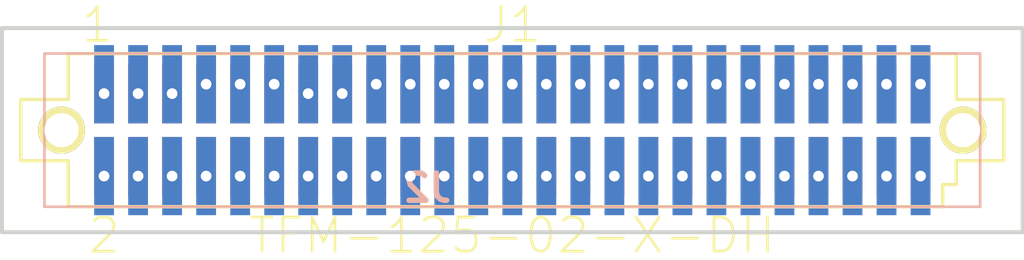
<source format=kicad_pcb>
(kicad_pcb (version 4) (host pcbnew 4.0.6)

  (general
    (links 52)
    (no_connects 2)
    (area 0 0 0 0)
    (thickness 1.6)
    (drawings 4)
    (tracks 50)
    (zones 0)
    (modules 2)
    (nets 51)
  )

  (page A4)
  (layers
    (0 F.Cu signal)
    (31 B.Cu signal)
    (32 B.Adhes user)
    (33 F.Adhes user)
    (34 B.Paste user)
    (35 F.Paste user)
    (36 B.SilkS user)
    (37 F.SilkS user)
    (38 B.Mask user)
    (39 F.Mask user)
    (40 Dwgs.User user)
    (41 Cmts.User user)
    (42 Eco1.User user)
    (43 Eco2.User user)
    (44 Edge.Cuts user)
    (45 Margin user)
    (46 B.CrtYd user)
    (47 F.CrtYd user)
    (48 B.Fab user)
    (49 F.Fab user)
  )

  (setup
    (last_trace_width 0.25)
    (trace_clearance 0.2)
    (zone_clearance 0.508)
    (zone_45_only no)
    (trace_min 0.2)
    (segment_width 0.2)
    (edge_width 0.15)
    (via_size 0.6)
    (via_drill 0.4)
    (via_min_size 0.4)
    (via_min_drill 0.3)
    (uvia_size 0.3)
    (uvia_drill 0.1)
    (uvias_allowed no)
    (uvia_min_size 0.2)
    (uvia_min_drill 0.1)
    (pcb_text_width 0.3)
    (pcb_text_size 1.5 1.5)
    (mod_edge_width 0.15)
    (mod_text_size 1 1)
    (mod_text_width 0.15)
    (pad_size 1.27 1.27)
    (pad_drill 1.27)
    (pad_to_mask_clearance 0.2)
    (aux_axis_origin 0 0)
    (visible_elements FFFFFF7F)
    (pcbplotparams
      (layerselection 0x00030_80000001)
      (usegerberextensions false)
      (excludeedgelayer true)
      (linewidth 0.100000)
      (plotframeref false)
      (viasonmask false)
      (mode 1)
      (useauxorigin false)
      (hpglpennumber 1)
      (hpglpenspeed 20)
      (hpglpendiameter 15)
      (hpglpenoverlay 2)
      (psnegative false)
      (psa4output false)
      (plotreference true)
      (plotvalue true)
      (plotinvisibletext false)
      (padsonsilk false)
      (subtractmaskfromsilk false)
      (outputformat 1)
      (mirror false)
      (drillshape 1)
      (scaleselection 1)
      (outputdirectory ""))
  )

  (net 0 "")
  (net 1 A24)
  (net 2 A49)
  (net 3 A17)
  (net 4 A42)
  (net 5 A18)
  (net 6 A43)
  (net 7 A19)
  (net 8 A44)
  (net 9 A20)
  (net 10 A45)
  (net 11 A35)
  (net 12 A10)
  (net 13 A34)
  (net 14 A9)
  (net 15 A33)
  (net 16 A8)
  (net 17 A32)
  (net 18 A7)
  (net 19 A31)
  (net 20 A6)
  (net 21 A50)
  (net 22 A25)
  (net 23 A48)
  (net 24 A23)
  (net 25 A47)
  (net 26 A22)
  (net 27 A46)
  (net 28 A21)
  (net 29 A41)
  (net 30 A16)
  (net 31 A1)
  (net 32 A26)
  (net 33 A2)
  (net 34 A27)
  (net 35 A3)
  (net 36 A28)
  (net 37 A4)
  (net 38 A29)
  (net 39 A5)
  (net 40 A30)
  (net 41 A11)
  (net 42 A36)
  (net 43 A12)
  (net 44 A37)
  (net 45 A13)
  (net 46 A38)
  (net 47 A14)
  (net 48 A39)
  (net 49 A15)
  (net 50 A40)

  (net_class Default "This is the default net class."
    (clearance 0.2)
    (trace_width 0.25)
    (via_dia 0.6)
    (via_drill 0.4)
    (uvia_dia 0.3)
    (uvia_drill 0.1)
    (add_net A1)
    (add_net A10)
    (add_net A11)
    (add_net A12)
    (add_net A13)
    (add_net A14)
    (add_net A15)
    (add_net A16)
    (add_net A17)
    (add_net A18)
    (add_net A19)
    (add_net A2)
    (add_net A20)
    (add_net A21)
    (add_net A22)
    (add_net A23)
    (add_net A24)
    (add_net A25)
    (add_net A26)
    (add_net A27)
    (add_net A28)
    (add_net A29)
    (add_net A3)
    (add_net A30)
    (add_net A31)
    (add_net A32)
    (add_net A33)
    (add_net A34)
    (add_net A35)
    (add_net A36)
    (add_net A37)
    (add_net A38)
    (add_net A39)
    (add_net A4)
    (add_net A40)
    (add_net A41)
    (add_net A42)
    (add_net A43)
    (add_net A44)
    (add_net A45)
    (add_net A46)
    (add_net A47)
    (add_net A48)
    (add_net A49)
    (add_net A5)
    (add_net A50)
    (add_net A6)
    (add_net A7)
    (add_net A8)
    (add_net A9)
  )

  (module WheelerLab:SFM-125-02-XXX-D-A (layer F.Cu) (tedit 592C3B73) (tstamp 592C830E)
    (at 158.115 109.855 180)
    (descr "0.05\"X0.05\" SOCKET STRIP DOUBLE ROW ASSEMBLY.")
    (tags "0.05\"X0.05\" SOCKET STRIP DOUBLE ROW ASSEMBLY.")
    (path /592C2953)
    (attr smd)
    (fp_text reference J1 (at 0 3.937 180) (layer F.SilkS)
      (effects (font (size 1.27 1.27) (thickness 0.1016)))
    )
    (fp_text value TFM-125-02-X-DH (at 0 -3.937 180) (layer F.SilkS)
      (effects (font (size 1.27 1.27) (thickness 0.1016)))
    )
    (fp_line (start -16.8275 0.7112) (end -16.8275 -0.7112) (layer F.SilkS) (width 0.127))
    (fp_line (start -17.5387 0) (end -16.1163 0) (layer F.SilkS) (width 0.127))
    (fp_circle (center -16.8275 0) (end -17.1831 0.3556) (layer F.SilkS) (width 0.127))
    (fp_line (start -18.34896 1.143) (end -18.34896 -1.143) (layer F.SilkS) (width 0.127))
    (fp_line (start -16.5735 1.143) (end -18.34896 1.143) (layer F.SilkS) (width 0.127))
    (fp_line (start -16.5735 2.8575) (end -16.5735 1.143) (layer F.SilkS) (width 0.127))
    (fp_line (start -16.0655 -2.032) (end -16.0655 -2.8575) (layer F.SilkS) (width 0.127))
    (fp_line (start -16.5735 -2.032) (end -16.0655 -2.032) (layer F.SilkS) (width 0.127))
    (fp_line (start -16.5735 -1.143) (end -16.5735 -2.032) (layer F.SilkS) (width 0.127))
    (fp_line (start -18.34896 -1.143) (end -16.5735 -1.143) (layer F.SilkS) (width 0.127))
    (fp_line (start -16.0655 0.635) (end -17.8435 0.635) (layer Dwgs.User) (width 0.127))
    (fp_line (start -16.0655 1.524) (end -16.0655 0.635) (layer Dwgs.User) (width 0.127))
    (fp_line (start -14.0335 -2.159) (end -14.0335 -1.524) (layer Dwgs.User) (width 0.127))
    (fp_line (start -15.5575 -2.159) (end -14.0335 -2.159) (layer Dwgs.User) (width 0.127))
    (fp_line (start -15.5575 -1.524) (end -15.5575 -2.159) (layer Dwgs.User) (width 0.127))
    (fp_line (start -16.0655 -1.524) (end -15.5575 -1.524) (layer Dwgs.User) (width 0.127))
    (fp_line (start -16.0655 -0.635) (end -16.0655 -1.524) (layer Dwgs.User) (width 0.127))
    (fp_line (start -17.8435 -0.635) (end -16.0655 -0.635) (layer Dwgs.User) (width 0.127))
    (fp_line (start -17.8435 0.635) (end -17.8435 -0.635) (layer Dwgs.User) (width 0.127))
    (fp_line (start -14.0335 -1.524) (end 16.0655 -1.524) (layer Dwgs.User) (width 0.127))
    (fp_line (start 16.0655 -1.524) (end 16.0655 -0.635) (layer Dwgs.User) (width 0.127))
    (fp_line (start 16.0655 -0.635) (end 17.8435 -0.635) (layer Dwgs.User) (width 0.127))
    (fp_line (start 17.8435 -0.635) (end 17.8435 0.635) (layer Dwgs.User) (width 0.127))
    (fp_line (start 17.8435 0.635) (end 16.0655 0.635) (layer Dwgs.User) (width 0.127))
    (fp_line (start 16.0655 0.635) (end 16.0655 1.524) (layer Dwgs.User) (width 0.127))
    (fp_line (start 16.0655 1.524) (end -16.0655 1.524) (layer Dwgs.User) (width 0.127))
    (fp_line (start -16.0655 -2.8575) (end 16.5735 -2.8575) (layer F.SilkS) (width 0.127))
    (fp_line (start 16.5735 -2.8575) (end 16.5735 -1.143) (layer F.SilkS) (width 0.127))
    (fp_line (start 16.5735 -1.143) (end 18.34896 -1.143) (layer F.SilkS) (width 0.127))
    (fp_line (start 18.34896 -1.143) (end 18.34896 1.143) (layer F.SilkS) (width 0.127))
    (fp_line (start 18.34896 1.143) (end 16.5735 1.143) (layer F.SilkS) (width 0.127))
    (fp_line (start 16.5735 1.143) (end 16.5735 2.8575) (layer F.SilkS) (width 0.127))
    (fp_line (start 16.5735 2.8575) (end -16.5735 2.8575) (layer F.SilkS) (width 0.127))
    (fp_circle (center 16.8275 0) (end 17.1831 0.3556) (layer F.SilkS) (width 0.127))
    (fp_line (start 16.1163 0) (end 17.5387 0) (layer F.SilkS) (width 0.127))
    (fp_line (start 16.8275 0.7112) (end 16.8275 -0.7112) (layer F.SilkS) (width 0.127))
    (fp_text user 1 (at 15.494 3.937 180) (layer F.SilkS)
      (effects (font (size 1.27 1.27) (thickness 0.1016)))
    )
    (fp_text user 2 (at 15.24 -3.937 180) (layer F.SilkS)
      (effects (font (size 1.27 1.27) (thickness 0.1016)))
    )
    (pad 47 smd rect (at -13.97 1.36398 180) (size 0.7366 2.21996) (layers F.Cu F.Paste F.Mask)
      (net 1 A24))
    (pad 48 smd rect (at -13.97 -1.36398 180) (size 0.7366 2.21996) (layers F.Cu F.Paste F.Mask)
      (net 2 A49))
    (pad 33 smd rect (at -5.08 1.36398 180) (size 0.7366 2.21996) (layers F.Cu F.Paste F.Mask)
      (net 3 A17))
    (pad 34 smd rect (at -5.08 -1.36398 180) (size 0.7366 2.21996) (layers F.Cu F.Paste F.Mask)
      (net 4 A42))
    (pad 35 smd rect (at -6.35 1.36398 180) (size 0.7366 2.21996) (layers F.Cu F.Paste F.Mask)
      (net 5 A18))
    (pad 36 smd rect (at -6.35 -1.36398 180) (size 0.7366 2.21996) (layers F.Cu F.Paste F.Mask)
      (net 6 A43))
    (pad 37 smd rect (at -7.62 1.36398 180) (size 0.7366 2.21996) (layers F.Cu F.Paste F.Mask)
      (net 7 A19))
    (pad 38 smd rect (at -7.62 -1.36398 180) (size 0.7366 2.21996) (layers F.Cu F.Paste F.Mask)
      (net 8 A44))
    (pad 39 smd rect (at -8.89 1.36398 180) (size 0.7366 2.21996) (layers F.Cu F.Paste F.Mask)
      (net 9 A20))
    (pad 40 smd rect (at -8.89 -1.36398 180) (size 0.7366 2.21996) (layers F.Cu F.Paste F.Mask)
      (net 10 A45))
    (pad 20 smd rect (at 3.81 -1.36398 180) (size 0.7366 2.21996) (layers F.Cu F.Paste F.Mask)
      (net 11 A35))
    (pad 19 smd rect (at 3.81 1.36398 180) (size 0.7366 2.21996) (layers F.Cu F.Paste F.Mask)
      (net 12 A10))
    (pad 18 smd rect (at 5.08 -1.36398 180) (size 0.7366 2.21996) (layers F.Cu F.Paste F.Mask)
      (net 13 A34))
    (pad 17 smd rect (at 5.08 1.36398 180) (size 0.7366 2.21996) (layers F.Cu F.Paste F.Mask)
      (net 14 A9))
    (pad 16 smd rect (at 6.35 -1.36398 180) (size 0.7366 2.21996) (layers F.Cu F.Paste F.Mask)
      (net 15 A33))
    (pad 15 smd rect (at 6.35 1.36398 180) (size 0.7366 2.21996) (layers F.Cu F.Paste F.Mask)
      (net 16 A8))
    (pad 14 smd rect (at 7.62 -1.36398 180) (size 0.7366 2.21996) (layers F.Cu F.Paste F.Mask)
      (net 17 A32))
    (pad 13 smd rect (at 7.62 1.36398 180) (size 0.7366 2.21996) (layers F.Cu F.Paste F.Mask)
      (net 18 A7))
    (pad 12 smd rect (at 8.89 -1.36398 180) (size 0.7366 2.21996) (layers F.Cu F.Paste F.Mask)
      (net 19 A31))
    (pad 11 smd rect (at 8.89 1.36398 180) (size 0.7366 2.21996) (layers F.Cu F.Paste F.Mask)
      (net 20 A6))
    (pad 50 smd rect (at -15.24 -1.36398 180) (size 0.7366 2.21996) (layers F.Cu F.Paste F.Mask)
      (net 21 A50))
    (pad 49 smd rect (at -15.24 1.36398 180) (size 0.7366 2.21996) (layers F.Cu F.Paste F.Mask)
      (net 22 A25))
    (pad 46 smd rect (at -12.7 -1.36398 180) (size 0.7366 2.21996) (layers F.Cu F.Paste F.Mask)
      (net 23 A48))
    (pad 45 smd rect (at -12.7 1.36398 180) (size 0.7366 2.21996) (layers F.Cu F.Paste F.Mask)
      (net 24 A23))
    (pad 44 smd rect (at -11.43 -1.36398 180) (size 0.7366 2.21996) (layers F.Cu F.Paste F.Mask)
      (net 25 A47))
    (pad 43 smd rect (at -11.43 1.36398 180) (size 0.7366 2.21996) (layers F.Cu F.Paste F.Mask)
      (net 26 A22))
    (pad 42 smd rect (at -10.16 -1.36398 180) (size 0.7366 2.21996) (layers F.Cu F.Paste F.Mask)
      (net 27 A46))
    (pad 41 smd rect (at -10.16 1.36398 180) (size 0.7366 2.21996) (layers F.Cu F.Paste F.Mask)
      (net 28 A21))
    (pad 32 smd rect (at -3.81 -1.36398 180) (size 0.7366 2.21996) (layers F.Cu F.Paste F.Mask)
      (net 29 A41))
    (pad 31 smd rect (at -3.81 1.36398 180) (size 0.7366 2.21996) (layers F.Cu F.Paste F.Mask)
      (net 30 A16))
    (pad 1 smd rect (at 15.24 1.36398 180) (size 0.7366 2.21996) (layers F.Cu F.Paste F.Mask)
      (net 31 A1))
    (pad 2 smd rect (at 15.24 -1.36398 180) (size 0.7366 2.21996) (layers F.Cu F.Paste F.Mask)
      (net 32 A26))
    (pad 3 smd rect (at 13.97 1.36398 180) (size 0.7366 2.21996) (layers F.Cu F.Paste F.Mask)
      (net 33 A2))
    (pad 4 smd rect (at 13.97 -1.36398 180) (size 0.7366 2.21996) (layers F.Cu F.Paste F.Mask)
      (net 34 A27))
    (pad 5 smd rect (at 12.7 1.36398 180) (size 0.7366 2.21996) (layers F.Cu F.Paste F.Mask)
      (net 35 A3))
    (pad 6 smd rect (at 12.7 -1.36398 180) (size 0.7366 2.21996) (layers F.Cu F.Paste F.Mask)
      (net 36 A28))
    (pad 7 smd rect (at 11.43 1.36398 180) (size 0.7366 2.21996) (layers F.Cu F.Paste F.Mask)
      (net 37 A4))
    (pad 8 smd rect (at 11.43 -1.36398 180) (size 0.7366 2.21996) (layers F.Cu F.Paste F.Mask)
      (net 38 A29))
    (pad 9 smd rect (at 10.16 1.36398 180) (size 0.7366 2.21996) (layers F.Cu F.Paste F.Mask)
      (net 39 A5))
    (pad 10 smd rect (at 10.16 -1.36398 180) (size 0.7366 2.21996) (layers F.Cu F.Paste F.Mask)
      (net 40 A30))
    (pad 21 smd rect (at 2.54 1.36398 180) (size 0.7366 2.21996) (layers F.Cu F.Paste F.Mask)
      (net 41 A11))
    (pad 22 smd rect (at 2.54 -1.36398 180) (size 0.7366 2.21996) (layers F.Cu F.Paste F.Mask)
      (net 42 A36))
    (pad 23 smd rect (at 1.27 1.36398 180) (size 0.7366 2.21996) (layers F.Cu F.Paste F.Mask)
      (net 43 A12))
    (pad 24 smd rect (at 1.27 -1.36398 180) (size 0.7366 2.21996) (layers F.Cu F.Paste F.Mask)
      (net 44 A37))
    (pad 25 smd rect (at 0 1.36398 180) (size 0.7366 2.21996) (layers F.Cu F.Paste F.Mask)
      (net 45 A13))
    (pad 26 smd rect (at 0 -1.36398 180) (size 0.7366 2.21996) (layers F.Cu F.Paste F.Mask)
      (net 46 A38))
    (pad 27 smd rect (at -1.27 1.36398 180) (size 0.7366 2.21996) (layers F.Cu F.Paste F.Mask)
      (net 47 A14))
    (pad 28 smd rect (at -1.27 -1.36398 180) (size 0.7366 2.21996) (layers F.Cu F.Paste F.Mask)
      (net 48 A39))
    (pad 29 smd rect (at -2.54 1.36398 180) (size 0.7366 2.21996) (layers F.Cu F.Paste F.Mask)
      (net 49 A15))
    (pad 30 smd rect (at -2.54 -1.36398 180) (size 0.7366 2.21996) (layers F.Cu F.Paste F.Mask)
      (net 50 A40))
    (pad 5 thru_hole circle (at -16.8275 0 180) (size 1.75 1.75) (drill 1.27) (layers *.Cu *.Mask F.SilkS)
      (net 35 A3))
    (pad 6 thru_hole circle (at 16.8275 0 180) (size 1.75 1.75) (drill 1.27) (layers *.Cu *.Mask F.SilkS)
      (net 36 A28))
  )

  (module WheelerLab:TFM-125-02-S-D (layer B.Cu) (tedit 592C3BA7) (tstamp 592C8346)
    (at 154.94 109.855)
    (descr "Connecteur 6 pins")
    (tags "CONN DEV")
    (path /592C29B2)
    (fp_text reference J2 (at 0 2.159) (layer B.SilkS)
      (effects (font (size 1.016 1.016) (thickness 0.2032)) (justify mirror))
    )
    (fp_text value TFM-125-02-X-DH (at 0 -2.30124) (layer B.Mask) hide
      (effects (font (size 1.016 0.889) (thickness 0.2032)) (justify mirror))
    )
    (fp_line (start 20.64 -2.86) (end 20.64 2.86) (layer B.SilkS) (width 0.09906))
    (fp_line (start -14.29 -2.86) (end -14.29 2.86) (layer B.SilkS) (width 0.09906))
    (fp_line (start 20.64 2.86) (end -14.29 2.86) (layer B.SilkS) (width 0.09906))
    (fp_line (start -14.29 -2.86) (end 20.64 -2.86) (layer B.SilkS) (width 0.09906))
    (pad 50 smd rect (at 18.415 1.715) (size 0.74 2.92) (layers B.Cu B.Paste B.Mask)
      (net 21 A50))
    (pad 49 smd rect (at 18.415 -1.715) (size 0.74 2.92) (layers B.Cu B.Paste B.Mask)
      (net 22 A25))
    (pad 41 smd rect (at 13.335 -1.715) (size 0.74 2.92) (layers B.Cu B.Paste B.Mask)
      (net 28 A21))
    (pad 43 smd rect (at 14.605 -1.715) (size 0.74 2.92) (layers B.Cu B.Paste B.Mask)
      (net 26 A22))
    (pad 47 smd rect (at 17.145 -1.715) (size 0.74 2.92) (layers B.Cu B.Paste B.Mask)
      (net 1 A24))
    (pad 45 smd rect (at 15.875 -1.715) (size 0.74 2.92) (layers B.Cu B.Paste B.Mask)
      (net 24 A23))
    (pad 46 smd rect (at 15.875 1.715) (size 0.74 2.92) (layers B.Cu B.Paste B.Mask)
      (net 23 A48))
    (pad 48 smd rect (at 17.145 1.715) (size 0.74 2.92) (layers B.Cu B.Paste B.Mask)
      (net 2 A49))
    (pad 44 smd rect (at 14.605 1.715) (size 0.74 2.92) (layers B.Cu B.Paste B.Mask)
      (net 25 A47))
    (pad 42 smd rect (at 13.335 1.715) (size 0.74 2.92) (layers B.Cu B.Paste B.Mask)
      (net 27 A46))
    (pad "" np_thru_hole circle (at 20.0025 0) (size 1.27 1.27) (drill 1.27) (layers *.Cu *.Mask B.SilkS))
    (pad 22 smd rect (at 0.635 1.715) (size 0.74 2.92) (layers B.Cu B.Paste B.Mask)
      (net 42 A36))
    (pad 20 smd rect (at -0.635 1.715) (size 0.74 2.92) (layers B.Cu B.Paste B.Mask)
      (net 11 A35))
    (pad 2 smd rect (at -12.065 1.715) (size 0.74 2.92) (layers B.Cu B.Paste B.Mask)
      (net 32 A26))
    (pad "" np_thru_hole circle (at -13.6525 0) (size 1.27 1.27) (drill 1.27) (layers *.Cu *.Mask B.SilkS))
    (pad 3 smd rect (at -10.795 -1.715) (size 0.74 2.92) (layers B.Cu B.Paste B.Mask)
      (net 33 A2))
    (pad 1 smd rect (at -12.065 -1.715) (size 0.74 2.92) (layers B.Cu B.Paste B.Mask)
      (net 31 A1))
    (pad 4 smd rect (at -10.795 1.715) (size 0.74 2.92) (layers B.Cu B.Paste B.Mask)
      (net 34 A27))
    (pad 10 smd rect (at -6.985 1.715) (size 0.74 2.92) (layers B.Cu B.Paste B.Mask)
      (net 40 A30))
    (pad 12 smd rect (at -5.715 1.715) (size 0.74 2.92) (layers B.Cu B.Paste B.Mask)
      (net 19 A31))
    (pad 8 smd rect (at -8.255 1.715) (size 0.74 2.92) (layers B.Cu B.Paste B.Mask)
      (net 38 A29))
    (pad 6 smd rect (at -9.525 1.715) (size 0.74 2.92) (layers B.Cu B.Paste B.Mask)
      (net 36 A28))
    (pad 5 smd rect (at -9.525 -1.715) (size 0.74 2.92) (layers B.Cu B.Paste B.Mask)
      (net 35 A3))
    (pad 7 smd rect (at -8.255 -1.715) (size 0.74 2.92) (layers B.Cu B.Paste B.Mask)
      (net 37 A4))
    (pad 11 smd rect (at -5.715 -1.715) (size 0.74 2.92) (layers B.Cu B.Paste B.Mask)
      (net 20 A6))
    (pad 9 smd rect (at -6.985 -1.715) (size 0.74 2.92) (layers B.Cu B.Paste B.Mask)
      (net 39 A5))
    (pad 32 smd rect (at 6.985 1.715) (size 0.74 2.92) (layers B.Cu B.Paste B.Mask)
      (net 29 A41))
    (pad 34 smd rect (at 8.255 1.715) (size 0.74 2.92) (layers B.Cu B.Paste B.Mask)
      (net 4 A42))
    (pad 38 smd rect (at 10.795 1.715) (size 0.74 2.92) (layers B.Cu B.Paste B.Mask)
      (net 8 A44))
    (pad 36 smd rect (at 9.525 1.715) (size 0.74 2.92) (layers B.Cu B.Paste B.Mask)
      (net 6 A43))
    (pad 35 smd rect (at 9.525 -1.715) (size 0.74 2.92) (layers B.Cu B.Paste B.Mask)
      (net 5 A18))
    (pad 37 smd rect (at 10.795 -1.715) (size 0.74 2.92) (layers B.Cu B.Paste B.Mask)
      (net 7 A19))
    (pad 33 smd rect (at 8.255 -1.715) (size 0.74 2.92) (layers B.Cu B.Paste B.Mask)
      (net 3 A17))
    (pad 31 smd rect (at 6.985 -1.715) (size 0.74 2.92) (layers B.Cu B.Paste B.Mask)
      (net 30 A16))
    (pad 39 smd rect (at 12.065 -1.715) (size 0.74 2.92) (layers B.Cu B.Paste B.Mask)
      (net 9 A20))
    (pad 40 smd rect (at 12.065 1.715) (size 0.74 2.92) (layers B.Cu B.Paste B.Mask)
      (net 10 A45))
    (pad 30 smd rect (at 5.715 1.715) (size 0.74 2.92) (layers B.Cu B.Paste B.Mask)
      (net 50 A40))
    (pad 29 smd rect (at 5.715 -1.715) (size 0.74 2.92) (layers B.Cu B.Paste B.Mask)
      (net 49 A15))
    (pad 17 smd rect (at -1.905 -1.715) (size 0.74 2.92) (layers B.Cu B.Paste B.Mask)
      (net 14 A9))
    (pad 19 smd rect (at -0.635 -1.715) (size 0.74 2.92) (layers B.Cu B.Paste B.Mask)
      (net 12 A10))
    (pad 15 smd rect (at -3.175 -1.715) (size 0.74 2.92) (layers B.Cu B.Paste B.Mask)
      (net 16 A8))
    (pad 13 smd rect (at -4.445 -1.715) (size 0.74 2.92) (layers B.Cu B.Paste B.Mask)
      (net 18 A7))
    (pad 21 smd rect (at 0.635 -1.715) (size 0.74 2.92) (layers B.Cu B.Paste B.Mask)
      (net 41 A11))
    (pad 23 smd rect (at 1.905 -1.715) (size 0.74 2.92) (layers B.Cu B.Paste B.Mask)
      (net 43 A12))
    (pad 27 smd rect (at 4.445 -1.715) (size 0.74 2.92) (layers B.Cu B.Paste B.Mask)
      (net 47 A14))
    (pad 25 smd rect (at 3.175 -1.715) (size 0.74 2.92) (layers B.Cu B.Paste B.Mask)
      (net 45 A13))
    (pad 26 smd rect (at 3.175 1.715) (size 0.74 2.92) (layers B.Cu B.Paste B.Mask)
      (net 46 A38))
    (pad 28 smd rect (at 4.445 1.715) (size 0.74 2.92) (layers B.Cu B.Paste B.Mask)
      (net 48 A39))
    (pad 24 smd rect (at 1.905 1.715) (size 0.74 2.92) (layers B.Cu B.Paste B.Mask)
      (net 44 A37))
    (pad 14 smd rect (at -4.445 1.715) (size 0.74 2.92) (layers B.Cu B.Paste B.Mask)
      (net 17 A32))
    (pad 16 smd rect (at -3.175 1.715) (size 0.74 2.92) (layers B.Cu B.Paste B.Mask)
      (net 15 A33))
    (pad 18 smd rect (at -1.905 1.715) (size 0.74 2.92) (layers B.Cu B.Paste B.Mask)
      (net 13 A34))
    (model pin_array/pins_array_6x1.wrl
      (at (xyz 0 0 0))
      (scale (xyz 1 1 1))
      (rotate (xyz 0 0 0))
    )
  )

  (gr_line (start 177.165 106.045) (end 139.065 106.045) (layer Edge.Cuts) (width 0.15))
  (gr_line (start 177.165 113.665) (end 177.165 106.045) (layer Edge.Cuts) (width 0.15))
  (gr_line (start 139.065 113.665) (end 177.165 113.665) (layer Edge.Cuts) (width 0.15))
  (gr_line (start 139.065 106.045) (end 139.065 113.665) (layer Edge.Cuts) (width 0.15))

  (via (at 172.085 108.14) (size 0.6) (drill 0.4) (layers F.Cu B.Cu) (net 1))
  (via (at 172.085 111.57) (size 0.6) (drill 0.4) (layers F.Cu B.Cu) (net 2))
  (via (at 163.195 108.14) (size 0.6) (drill 0.4) (layers F.Cu B.Cu) (net 3))
  (via (at 163.195 111.57) (size 0.6) (drill 0.4) (layers F.Cu B.Cu) (net 4))
  (via (at 164.465 108.14) (size 0.6) (drill 0.4) (layers F.Cu B.Cu) (net 5))
  (via (at 164.465 111.57) (size 0.6) (drill 0.4) (layers F.Cu B.Cu) (net 6))
  (via (at 165.735 108.14) (size 0.6) (drill 0.4) (layers F.Cu B.Cu) (net 7))
  (via (at 165.735 111.57) (size 0.6) (drill 0.4) (layers F.Cu B.Cu) (net 8))
  (via (at 167.005 108.14) (size 0.6) (drill 0.4) (layers F.Cu B.Cu) (net 9))
  (via (at 167.005 111.57) (size 0.6) (drill 0.4) (layers F.Cu B.Cu) (net 10))
  (via (at 154.305 111.57) (size 0.6) (drill 0.4) (layers F.Cu B.Cu) (net 11))
  (via (at 154.305 108.14) (size 0.6) (drill 0.4) (layers F.Cu B.Cu) (net 12))
  (via (at 153.035 111.57) (size 0.6) (drill 0.4) (layers F.Cu B.Cu) (net 13))
  (via (at 153.035 108.14) (size 0.6) (drill 0.4) (layers F.Cu B.Cu) (net 14))
  (via (at 151.765 111.57) (size 0.6) (drill 0.4) (layers F.Cu B.Cu) (net 15))
  (via (at 151.765 108.49102) (size 0.6) (drill 0.4) (layers F.Cu B.Cu) (net 16))
  (via (at 150.495 111.57) (size 0.6) (drill 0.4) (layers F.Cu B.Cu) (net 17))
  (via (at 150.495 108.49102) (size 0.6) (drill 0.4) (layers F.Cu B.Cu) (net 18))
  (via (at 149.225 111.57) (size 0.6) (drill 0.4) (layers F.Cu B.Cu) (net 19))
  (via (at 149.225 108.14) (size 0.6) (drill 0.4) (layers F.Cu B.Cu) (net 20))
  (via (at 173.355 111.57) (size 0.6) (drill 0.4) (layers F.Cu B.Cu) (net 21))
  (via (at 173.355 108.14) (size 0.6) (drill 0.4) (layers F.Cu B.Cu) (net 22))
  (via (at 170.815 111.57) (size 0.6) (drill 0.4) (layers F.Cu B.Cu) (net 23))
  (via (at 170.815 108.14) (size 0.6) (drill 0.4) (layers F.Cu B.Cu) (net 24))
  (via (at 169.545 111.57) (size 0.6) (drill 0.4) (layers F.Cu B.Cu) (net 25))
  (via (at 169.545 108.14) (size 0.6) (drill 0.4) (layers F.Cu B.Cu) (net 26))
  (via (at 168.275 111.57) (size 0.6) (drill 0.4) (layers F.Cu B.Cu) (net 27))
  (via (at 168.275 108.14) (size 0.6) (drill 0.4) (layers F.Cu B.Cu) (net 28))
  (via (at 161.925 111.57) (size 0.6) (drill 0.4) (layers F.Cu B.Cu) (net 29))
  (via (at 161.925 108.14) (size 0.6) (drill 0.4) (layers F.Cu B.Cu) (net 30))
  (via (at 142.875 108.49102) (size 0.6) (drill 0.4) (layers F.Cu B.Cu) (net 31))
  (via (at 142.875 111.57) (size 0.6) (drill 0.4) (layers F.Cu B.Cu) (net 32))
  (via (at 144.145 108.49102) (size 0.6) (drill 0.4) (layers F.Cu B.Cu) (net 33))
  (via (at 144.145 111.57) (size 0.6) (drill 0.4) (layers F.Cu B.Cu) (net 34))
  (via (at 145.415 108.49102) (size 0.6) (drill 0.4) (layers F.Cu B.Cu) (net 35))
  (via (at 145.415 111.57) (size 0.6) (drill 0.4) (layers F.Cu B.Cu) (net 36))
  (via (at 146.685 108.14) (size 0.6) (drill 0.4) (layers F.Cu B.Cu) (net 37))
  (via (at 146.685 111.57) (size 0.6) (drill 0.4) (layers F.Cu B.Cu) (net 38))
  (via (at 147.955 108.14) (size 0.6) (drill 0.4) (layers F.Cu B.Cu) (net 39))
  (via (at 147.955 111.57) (size 0.6) (drill 0.4) (layers F.Cu B.Cu) (net 40))
  (via (at 155.575 108.14) (size 0.6) (drill 0.4) (layers F.Cu B.Cu) (net 41))
  (via (at 155.575 111.57) (size 0.6) (drill 0.4) (layers F.Cu B.Cu) (net 42))
  (via (at 156.845 108.14) (size 0.6) (drill 0.4) (layers F.Cu B.Cu) (net 43))
  (via (at 156.845 111.57) (size 0.6) (drill 0.4) (layers F.Cu B.Cu) (net 44))
  (via (at 158.115 108.14) (size 0.6) (drill 0.4) (layers F.Cu B.Cu) (net 45))
  (via (at 158.115 111.57) (size 0.6) (drill 0.4) (layers F.Cu B.Cu) (net 46))
  (via (at 159.385 108.14) (size 0.6) (drill 0.4) (layers F.Cu B.Cu) (net 47))
  (via (at 159.385 111.57) (size 0.6) (drill 0.4) (layers F.Cu B.Cu) (net 48))
  (via (at 160.655 108.14) (size 0.6) (drill 0.4) (layers F.Cu B.Cu) (net 49))
  (via (at 160.655 111.57) (size 0.6) (drill 0.4) (layers F.Cu B.Cu) (net 50))

)

</source>
